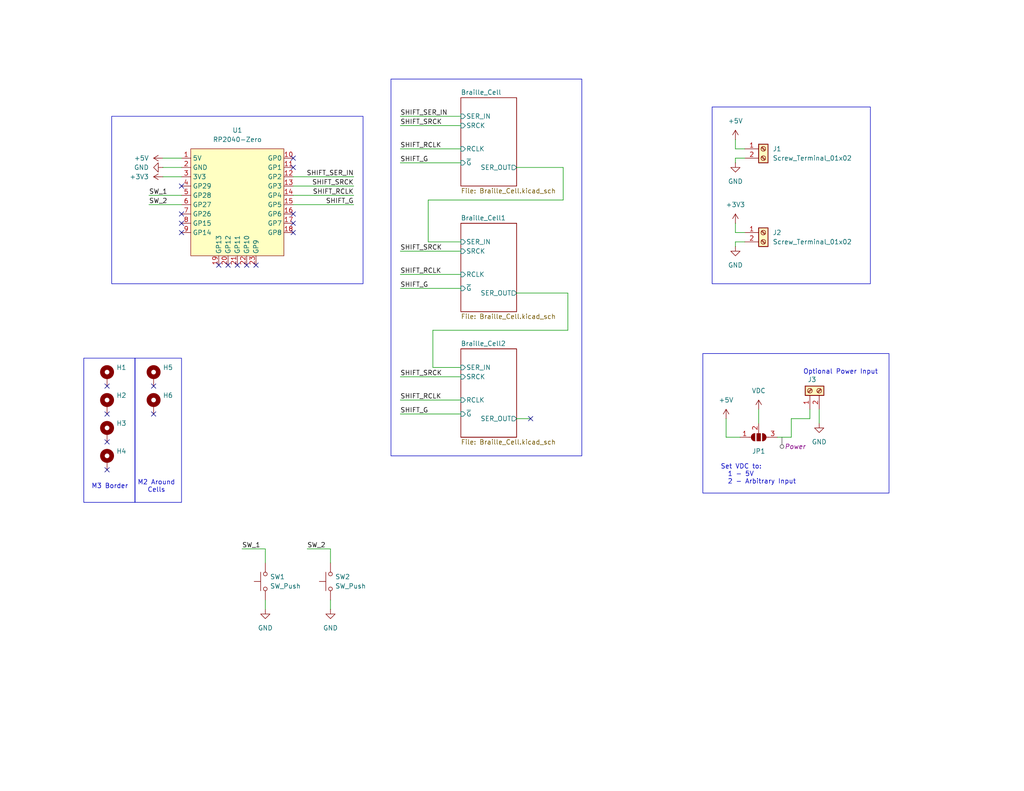
<source format=kicad_sch>
(kicad_sch (version 20231120) (generator "eeschema") (generator_version "8.0")
  (paper "USLetter")
  (lib_symbols
    (symbol "00-project-symbol-lib:RP2040-Zero"
      (property "Reference" "U" (at 0 0 0))
      (property "Value" "RP2040-Zero" (at 0 8.89 0))
      (symbol "RP2040-Zero_0_1"
        (rectangle (start -12.7 7.62) (end 12.7 -21.59) (fill (type background)))
      )
      (symbol "RP2040-Zero_1_1"
        (pin power_in line (at -15.24 5.08 0) (length 2.54) (name "5V") (number "1"))
        (pin bidirectional line (at 15.24 5.08 180) (length 2.54) (name "GP0") (number "10"))
        (pin bidirectional line (at 15.24 2.54 180) (length 2.54) (name "GP1") (number "11"))
        (pin bidirectional line (at 15.24 0 180) (length 2.54) (name "GP2") (number "12"))
        (pin bidirectional line (at 15.24 -2.54 180) (length 2.54) (name "GP3") (number "13"))
        (pin bidirectional line (at 15.24 -5.08 180) (length 2.54) (name "GP4") (number "14"))
        (pin bidirectional line (at 15.24 -7.62 180) (length 2.54) (name "GP5") (number "15"))
        (pin bidirectional line (at 15.24 -10.16 180) (length 2.54) (name "GP6") (number "16"))
        (pin bidirectional line (at 15.24 -12.7 180) (length 2.54) (name "GP7") (number "17"))
        (pin bidirectional line (at 15.24 -15.24 180) (length 2.54) (name "GP8") (number "18"))
        (pin bidirectional line (at -5.08 -24.13 90) (length 2.54) (name "GP13") (number "19"))
        (pin power_in line (at -15.24 2.54 0) (length 2.54) (name "GND") (number "2"))
        (pin bidirectional line (at -2.54 -24.13 90) (length 2.54) (name "GP12") (number "20"))
        (pin bidirectional line (at 0 -24.13 90) (length 2.54) (name "GP11") (number "21"))
        (pin bidirectional line (at 2.54 -24.13 90) (length 2.54) (name "GP10") (number "22"))
        (pin bidirectional line (at 5.08 -24.13 90) (length 2.54) (name "GP9") (number "23"))
        (pin power_in line (at -15.24 0 0) (length 2.54) (name "3V3") (number "3"))
        (pin bidirectional line (at -15.24 -2.54 0) (length 2.54) (name "GP29") (number "4"))
        (pin bidirectional line (at -15.24 -5.08 0) (length 2.54) (name "GP28") (number "5"))
        (pin bidirectional line (at -15.24 -7.62 0) (length 2.54) (name "GP27") (number "6"))
        (pin bidirectional line (at -15.24 -10.16 0) (length 2.54) (name "GP26") (number "7"))
        (pin bidirectional line (at -15.24 -12.7 0) (length 2.54) (name "GP15") (number "8"))
        (pin bidirectional line (at -15.24 -15.24 0) (length 2.54) (name "GP14") (number "9"))
      )
    )
    (symbol "Connector:Screw_Terminal_01x02" (pin_names (offset 1.016) hide)
      (property "Reference" "J" (at 0 2.54 0))
      (property "Value" "Screw_Terminal_01x02" (at 0 -5.08 0))
      (symbol "Screw_Terminal_01x02_1_1"
        (rectangle (start -1.27 1.27) (end 1.27 -3.81) (stroke (width 0.254)) (fill (type background)))
        (circle (center 0 -2.54) (radius 0.635) (stroke (width 0.1524)))
        (polyline (pts (xy -0.5334 -2.2098) (xy 0.3302 -3.048)) (stroke (width 0.1524)))
        (polyline (pts (xy -0.5334 0.3302) (xy 0.3302 -0.508)) (stroke (width 0.1524)))
        (polyline (pts (xy -0.3556 -2.032) (xy 0.508 -2.8702)) (stroke (width 0.1524)))
        (polyline (pts (xy -0.3556 0.508) (xy 0.508 -0.3302)) (stroke (width 0.1524)))
        (circle (center 0 0) (radius 0.635) (stroke (width 0.1524)))
        (pin passive line (at -5.08 0 0) (length 3.81) (name "Pin_1") (number "1"))
        (pin passive line (at -5.08 -2.54 0) (length 3.81) (name "Pin_2") (number "2"))
      )
    )
    (symbol "Jumper:SolderJumper_3_Open" (pin_names (offset 0) hide) (exclude_from_sim yes) (in_bom no)
      (property "Reference" "JP" (at -2.54 -2.54 0))
      (property "Value" "SolderJumper_3_Open" (at 0 2.794 0))
      (symbol "SolderJumper_3_Open_0_1"
        (arc (start -1.016 1.016) (mid -2.0276 0) (end -1.016 -1.016))
        (arc (start -1.016 1.016) (mid -2.0276 0) (end -1.016 -1.016) (fill (type outline)))
        (rectangle (start -0.508 1.016) (end 0.508 -1.016) (fill (type outline)))
        (polyline (pts (xy -2.54 0) (xy -2.032 0)))
        (polyline (pts (xy -1.016 1.016) (xy -1.016 -1.016)))
        (polyline (pts (xy 0 -1.27) (xy 0 -1.016)))
        (polyline (pts (xy 1.016 1.016) (xy 1.016 -1.016)))
        (polyline (pts (xy 2.54 0) (xy 2.032 0)))
        (arc (start 1.016 -1.016) (mid 2.0276 0) (end 1.016 1.016))
        (arc (start 1.016 -1.016) (mid 2.0276 0) (end 1.016 1.016) (fill (type outline)))
      )
      (symbol "SolderJumper_3_Open_1_1"
        (pin passive line (at -5.08 0 0) (length 2.54) (name "A") (number "1"))
        (pin passive line (at 0 -3.81 90) (length 2.54) (name "C") (number "2"))
        (pin passive line (at 5.08 0 180) (length 2.54) (name "B") (number "3"))
      )
    )
    (symbol "Mechanical:MountingHole_Pad" (pin_numbers hide) (pin_names (offset 1.016) hide) (exclude_from_sim yes) (in_bom no)
      (property "Reference" "H" (at 0 6.35 0))
      (property "Value" "MountingHole_Pad" (at 0 4.445 0))
      (symbol "MountingHole_Pad_0_1"
        (circle (center 0 1.27) (radius 1.27) (stroke (width 1.27)))
      )
      (symbol "MountingHole_Pad_1_1"
        (pin input line (at 0 -2.54 90) (length 2.54) (name "1") (number "1"))
      )
    )
    (symbol "Switch:SW_Push" (pin_numbers hide) (pin_names (offset 1.016) hide)
      (property "Reference" "SW" (at 1.27 2.54 0))
      (property "Value" "SW_Push" (at 0 -1.524 0))
      (symbol "SW_Push_0_1"
        (circle (center -2.032 0) (radius 0.508))
        (polyline (pts (xy 0 1.27) (xy 0 3.048)))
        (polyline (pts (xy 2.54 1.27) (xy -2.54 1.27)))
        (circle (center 2.032 0) (radius 0.508))
        (pin passive line (at -5.08 0 0) (length 2.54) (name "1") (number "1"))
        (pin passive line (at 5.08 0 180) (length 2.54) (name "2") (number "2"))
      )
    )
    (symbol "power:+3V3" (power) (pin_numbers hide) (pin_names (offset 0) hide)
      (property "Value" "+3V3" (at 0 3.556 0))
      (symbol "+3V3_0_1"
        (polyline (pts (xy -0.762 1.27) (xy 0 2.54)))
        (polyline (pts (xy 0 0) (xy 0 2.54)))
        (polyline (pts (xy 0 2.54) (xy 0.762 1.27)))
      )
      (symbol "+3V3_1_1"
        (pin power_in line (at 0 0 90) (length 0) (name "~") (number "1"))
      )
    )
    (symbol "power:+5V" (power) (pin_numbers hide) (pin_names (offset 0) hide)
      (property "Value" "+5V" (at 0 3.556 0))
      (symbol "+5V_0_1"
        (polyline (pts (xy -0.762 1.27) (xy 0 2.54)))
        (polyline (pts (xy 0 0) (xy 0 2.54)))
        (polyline (pts (xy 0 2.54) (xy 0.762 1.27)))
      )
      (symbol "+5V_1_1"
        (pin power_in line (at 0 0 90) (length 0) (name "~") (number "1"))
      )
    )
    (symbol "power:GND" (power) (pin_numbers hide) (pin_names (offset 0) hide)
      (property "Value" "GND" (at 0 -3.81 0))
      (symbol "GND_0_1"
        (polyline (pts (xy 0 0) (xy 0 -1.27) (xy 1.27 -1.27) (xy 0 -2.54) (xy -1.27 -1.27) (xy 0 -1.27)))
      )
      (symbol "GND_1_1"
        (pin power_in line (at 0 0 270) (length 0) (name "~") (number "1"))
      )
    )
    (symbol "power:VDC" (power) (pin_numbers hide) (pin_names (offset 0) hide)
      (property "Value" "VDC" (at 0 3.556 0))
      (symbol "VDC_0_1"
        (polyline (pts (xy -0.762 1.27) (xy 0 2.54)))
        (polyline (pts (xy 0 0) (xy 0 2.54)))
        (polyline (pts (xy 0 2.54) (xy 0.762 1.27)))
      )
      (symbol "VDC_1_1"
        (pin power_in line (at 0 0 90) (length 0) (name "~") (number "1"))
      )
    )
  )
  (no_connect (at 69.85 72.39))
  (no_connect (at 80.01 60.96))
  (no_connect (at 29.21 113.03))
  (no_connect (at 29.21 105.41))
  (no_connect (at 144.78 114.3))
  (no_connect (at 80.01 43.18))
  (no_connect (at 62.23 72.39))
  (no_connect (at 80.01 45.72))
  (no_connect (at 64.77 72.39))
  (no_connect (at 49.53 50.8))
  (no_connect (at 80.01 63.5))
  (no_connect (at 29.21 120.65))
  (no_connect (at 41.91 105.41))
  (no_connect (at 29.21 128.27))
  (no_connect (at 49.53 58.42))
  (no_connect (at 80.01 58.42))
  (no_connect (at 41.91 113.03))
  (no_connect (at 67.31 72.39))
  (no_connect (at 59.69 72.39))
  (no_connect (at 49.53 60.96))
  (no_connect (at 49.53 63.5))
  (wire (pts (xy 96.52 48.26) (xy 80.01 48.26)))
  (wire (pts (xy 200.66 63.5) (xy 203.2 63.5)))
  (wire (pts (xy 223.52 115.57) (xy 223.52 111.76)))
  (wire (pts (xy 109.22 31.75) (xy 125.73 31.75)))
  (wire (pts (xy 116.84 54.61) (xy 116.84 66.04)))
  (wire (pts (xy 200.66 60.96) (xy 200.66 63.5)))
  (wire (pts (xy 109.22 109.22) (xy 125.73 109.22)))
  (wire (pts (xy 96.52 53.34) (xy 80.01 53.34)))
  (wire (pts (xy 200.66 40.64) (xy 203.2 40.64)))
  (wire (pts (xy 72.39 166.37) (xy 72.39 163.83)))
  (wire (pts (xy 109.22 74.93) (xy 125.73 74.93)))
  (wire (pts (xy 72.39 149.86) (xy 72.39 153.67)))
  (wire (pts (xy 109.22 113.03) (xy 125.73 113.03)))
  (wire (pts (xy 109.22 102.87) (xy 125.73 102.87)))
  (wire (pts (xy 153.67 45.72) (xy 153.67 54.61)))
  (wire (pts (xy 116.84 66.04) (xy 125.73 66.04)))
  (wire (pts (xy 207.01 111.76) (xy 207.01 115.57)))
  (wire (pts (xy 215.9 119.38) (xy 215.9 114.3)))
  (wire (pts (xy 109.22 68.58) (xy 125.73 68.58)))
  (wire (pts (xy 220.98 114.3) (xy 220.98 111.76)))
  (wire (pts (xy 215.9 114.3) (xy 220.98 114.3)))
  (wire (pts (xy 40.64 55.88) (xy 49.53 55.88)))
  (wire (pts (xy 200.66 38.1) (xy 200.66 40.64)))
  (wire (pts (xy 96.52 55.88) (xy 80.01 55.88)))
  (wire (pts (xy 44.45 45.72) (xy 49.53 45.72)))
  (wire (pts (xy 140.97 114.3) (xy 144.78 114.3)))
  (wire (pts (xy 109.22 78.74) (xy 125.73 78.74)))
  (wire (pts (xy 198.12 119.38) (xy 201.93 119.38)))
  (wire (pts (xy 40.64 53.34) (xy 49.53 53.34)))
  (wire (pts (xy 198.12 114.3) (xy 198.12 119.38)))
  (wire (pts (xy 109.22 34.29) (xy 125.73 34.29)))
  (wire (pts (xy 109.22 44.45) (xy 125.73 44.45)))
  (wire (pts (xy 140.97 45.72) (xy 153.67 45.72)))
  (wire (pts (xy 200.66 66.04) (xy 203.2 66.04)))
  (wire (pts (xy 140.97 80.01) (xy 154.94 80.01)))
  (wire (pts (xy 200.66 67.31) (xy 200.66 66.04)))
  (wire (pts (xy 154.94 80.01) (xy 154.94 90.17)))
  (wire (pts (xy 83.82 149.86) (xy 90.17 149.86)))
  (wire (pts (xy 96.52 50.8) (xy 80.01 50.8)))
  (wire (pts (xy 90.17 166.37) (xy 90.17 163.83)))
  (wire (pts (xy 109.22 40.64) (xy 125.73 40.64)))
  (wire (pts (xy 118.11 90.17) (xy 118.11 100.33)))
  (wire (pts (xy 90.17 149.86) (xy 90.17 153.67)))
  (wire (pts (xy 44.45 48.26) (xy 49.53 48.26)))
  (wire (pts (xy 66.04 149.86) (xy 72.39 149.86)))
  (wire (pts (xy 118.11 100.33) (xy 125.73 100.33)))
  (wire (pts (xy 200.66 43.18) (xy 203.2 43.18)))
  (wire (pts (xy 200.66 44.45) (xy 200.66 43.18)))
  (wire (pts (xy 153.67 54.61) (xy 116.84 54.61)))
  (wire (pts (xy 44.45 43.18) (xy 49.53 43.18)))
  (wire (pts (xy 212.09 119.38) (xy 215.9 119.38)))
  (wire (pts (xy 154.94 90.17) (xy 118.11 90.17)))
  (rectangle (start 191.77 96.52) (end 242.57 134.62))
  (rectangle (start 36.83 97.79) (end 49.53 137.16))
  (rectangle (start 106.68 21.59) (end 158.75 124.46))
  (rectangle (start 194.31 29.21) (end 237.49 77.47))
  (rectangle (start 22.86 97.79) (end 36.83 137.16))
  (rectangle (start 30.48 31.75) (end 99.06 77.47))
  (text "M2 Around\nCells" (at 42.672 132.842 0) (effects (font (size 1.27 1.27))))
  (text "Optional Power Input" (at 229.362 101.6 0) (effects (font (size 1.27 1.27))))
  (text "M3 Border" (at 29.972 132.842 0) (effects (font (size 1.27 1.27))))
  (text "Set VDC to:\n  1 - 5V\n  2 - Arbitrary Input" (at 196.596 129.54 0) (effects (font (size 1.27 1.27)) (justify left)))
  (label "SHIFT_G" (at 96.52 55.88 180))
  (label "SHIFT_SRCK" (at 109.22 34.29 0))
  (label "SHIFT_G" (at 109.22 78.74 0))
  (label "SHIFT_RCLK" (at 109.22 109.22 0))
  (label "SHIFT_RCLK" (at 96.52 53.34 180))
  (label "SW_2" (at 83.82 149.86 0))
  (label "SHIFT_G" (at 109.22 113.03 0))
  (label "SHIFT_SRCK" (at 109.22 68.58 0))
  (label "SHIFT_RCLK" (at 109.22 40.64 0))
  (label "SW_1" (at 40.64 53.34 0))
  (label "SHIFT_SER_IN" (at 96.52 48.26 180))
  (label "SHIFT_G" (at 109.22 44.45 0))
  (label "SHIFT_SRCK" (at 96.52 50.8 180))
  (label "SHIFT_RCLK" (at 109.22 74.93 0))
  (label "SW_2" (at 40.64 55.88 0))
  (label "SHIFT_SRCK" (at 109.22 102.87 0))
  (label "SHIFT_SER_IN" (at 109.22 31.75 0))
  (label "SW_1" (at 66.04 149.86 0))
  (netclass_flag "" (length 2.54) (shape round) (at 213.36 119.38 180) (property "Netclass" "Power" (at 214.0585 121.92 0) (effects (font (italic yes)) (justify left))))
  (symbol (lib_id "power:GND") (at 223.52 115.57 0) (unit 1)
    (property "Reference" "#PWR010" (effects (hide yes)))
    (property "Value" "GND" (at 223.52 120.65 0))
    (property "Description" "Power symbol creates a global label with name \"GND\" , ground" (effects (hide yes)))
  )
  (symbol (lib_id "Connector:Screw_Terminal_01x02") (at 208.28 63.5 0) (unit 1)
    (property "Reference" "J2" (at 210.82 63.4999 0) (effects (justify left)))
    (property "Value" "Screw_Terminal_01x02" (at 210.82 66.0399 0) (effects (justify left)))
    (property "Footprint" "TerminalBlock:TerminalBlock_bornier-2_P5.08mm" (effects (hide yes)))
    (property "Description" "Generic screw terminal, single row, 01x02, script generated (kicad-library-utils/schlib/autogen/connector/)" (effects (hide yes)))
  )
  (symbol (lib_id "Mechanical:MountingHole_Pad") (at 41.91 102.87 0) (unit 1) (exclude_from_sim yes) (in_bom no)
    (property "Reference" "H5" (at 44.45 100.3299 0) (effects (justify left)))
    (property "Value" "MountingHole_Pad" (effects (hide yes)))
    (property "Footprint" "MountingHole:MountingHole_2.2mm_M2_Pad" (effects (hide yes)))
    (property "Description" "Mounting Hole with connection" (effects (hide yes)))
  )
  (symbol (lib_id "Switch:SW_Push") (at 72.39 158.75 90) (unit 1)
    (property "Reference" "SW1" (at 73.66 157.4799 90) (effects (justify right)))
    (property "Value" "SW_Push" (at 73.66 160.0199 90) (effects (justify right)))
    (property "Footprint" "00-project-footprint-lib:PushButtonSMD_2.93x3.9" (effects (hide yes)))
    (property "Description" "Push button switch, generic, two pins" (effects (hide yes)))
  )
  (symbol (lib_id "00-project-symbol-lib:RP2040-Zero") (at 64.77 48.26 0) (unit 1)
    (property "Reference" "U1" (at 64.77 35.56 0))
    (property "Value" "RP2040-Zero" (at 64.77 38.1 0))
    (property "Footprint" "00-project-footprint-lib:RP2040 Zero" (effects (hide yes)))
  )
  (symbol (lib_id "power:GND") (at 200.66 67.31 0) (unit 1)
    (property "Reference" "#PWR08" (effects (hide yes)))
    (property "Value" "GND" (at 200.66 72.39 0))
    (property "Description" "Power symbol creates a global label with name \"GND\" , ground" (effects (hide yes)))
  )
  (symbol (lib_id "power:+5V") (at 200.66 38.1 0) (mirror y) (unit 1)
    (property "Reference" "#PWR05" (effects (hide yes)))
    (property "Value" "+5V" (at 200.66 33.02 0))
    (property "Description" "Power symbol creates a global label with name \"+5V\"" (effects (hide yes)))
  )
  (symbol (lib_id "Connector:Screw_Terminal_01x02") (at 220.98 106.68 90) (unit 1)
    (property "Reference" "J3" (at 222.758 103.632 90) (effects (justify left)))
    (property "Value" "Screw_Terminal_01x02" (effects (hide yes)))
    (property "Footprint" "TerminalBlock:TerminalBlock_bornier-2_P5.08mm" (effects (hide yes)))
    (property "Description" "Generic screw terminal, single row, 01x02, script generated (kicad-library-utils/schlib/autogen/connector/)" (effects (hide yes)))
  )
  (symbol (lib_id "Mechanical:MountingHole_Pad") (at 29.21 125.73 0) (unit 1) (exclude_from_sim yes) (in_bom no)
    (property "Reference" "H4" (at 31.75 123.1899 0) (effects (justify left)))
    (property "Value" "MountingHole_Pad" (effects (hide yes)))
    (property "Footprint" "MountingHole:MountingHole_3.2mm_M3_Pad" (effects (hide yes)))
    (property "Description" "Mounting Hole with connection" (effects (hide yes)))
  )
  (symbol (lib_id "Mechanical:MountingHole_Pad") (at 41.91 110.49 0) (unit 1) (exclude_from_sim yes) (in_bom no)
    (property "Reference" "H6" (at 44.45 107.9499 0) (effects (justify left)))
    (property "Value" "MountingHole_Pad" (effects (hide yes)))
    (property "Footprint" "MountingHole:MountingHole_2.2mm_M2_Pad" (effects (hide yes)))
    (property "Description" "Mounting Hole with connection" (effects (hide yes)))
  )
  (symbol (lib_id "Mechanical:MountingHole_Pad") (at 29.21 102.87 0) (unit 1) (exclude_from_sim yes) (in_bom no)
    (property "Reference" "H1" (at 31.75 100.3299 0) (effects (justify left)))
    (property "Value" "MountingHole_Pad" (effects (hide yes)))
    (property "Footprint" "MountingHole:MountingHole_3.2mm_M3_Pad" (effects (hide yes)))
    (property "Description" "Mounting Hole with connection" (effects (hide yes)))
  )
  (symbol (lib_id "power:GND") (at 44.45 45.72 270) (unit 1)
    (property "Reference" "#PWR02" (effects (hide yes)))
    (property "Value" "GND" (at 40.64 45.7199 90) (effects (justify right)))
    (property "Description" "Power symbol creates a global label with name \"GND\" , ground" (effects (hide yes)))
  )
  (symbol (lib_id "Connector:Screw_Terminal_01x02") (at 208.28 40.64 0) (unit 1)
    (property "Reference" "J1" (at 210.82 40.6399 0) (effects (justify left)))
    (property "Value" "Screw_Terminal_01x02" (at 210.82 43.1799 0) (effects (justify left)))
    (property "Footprint" "TerminalBlock:TerminalBlock_bornier-2_P5.08mm" (effects (hide yes)))
    (property "Description" "Generic screw terminal, single row, 01x02, script generated (kicad-library-utils/schlib/autogen/connector/)" (effects (hide yes)))
  )
  (symbol (lib_id "power:+3V3") (at 200.66 60.96 0) (unit 1)
    (property "Reference" "#PWR07" (effects (hide yes)))
    (property "Value" "+3V3" (at 200.66 55.88 0))
    (property "Description" "Power symbol creates a global label with name \"+3V3\"" (effects (hide yes)))
  )
  (symbol (lib_id "power:GND") (at 200.66 44.45 0) (unit 1)
    (property "Reference" "#PWR06" (effects (hide yes)))
    (property "Value" "GND" (at 200.66 49.53 0))
    (property "Description" "Power symbol creates a global label with name \"GND\" , ground" (effects (hide yes)))
  )
  (symbol (lib_id "Mechanical:MountingHole_Pad") (at 29.21 110.49 0) (unit 1) (exclude_from_sim yes) (in_bom no)
    (property "Reference" "H2" (at 31.75 107.9499 0) (effects (justify left)))
    (property "Value" "MountingHole_Pad" (effects (hide yes)))
    (property "Footprint" "MountingHole:MountingHole_3.2mm_M3_Pad" (effects (hide yes)))
    (property "Description" "Mounting Hole with connection" (effects (hide yes)))
  )
  (symbol (lib_id "power:+5V") (at 198.12 114.3 0) (mirror y) (unit 1)
    (property "Reference" "#PWR04" (effects (hide yes)))
    (property "Value" "+5V" (at 198.12 109.22 0))
    (property "Description" "Power symbol creates a global label with name \"+5V\"" (effects (hide yes)))
  )
  (symbol (lib_id "Mechanical:MountingHole_Pad") (at 29.21 118.11 0) (unit 1) (exclude_from_sim yes) (in_bom no)
    (property "Reference" "H3" (at 31.75 115.5699 0) (effects (justify left)))
    (property "Value" "MountingHole_Pad" (effects (hide yes)))
    (property "Footprint" "MountingHole:MountingHole_3.2mm_M3_Pad" (effects (hide yes)))
    (property "Description" "Mounting Hole with connection" (effects (hide yes)))
  )
  (symbol (lib_id "power:+3V3") (at 44.45 48.26 90) (unit 1)
    (property "Reference" "#PWR03" (effects (hide yes)))
    (property "Value" "+3V3" (at 40.64 48.2599 90) (effects (justify left)))
    (property "Description" "Power symbol creates a global label with name \"+3V3\"" (effects (hide yes)))
  )
  (symbol (lib_id "Switch:SW_Push") (at 90.17 158.75 90) (unit 1)
    (property "Reference" "SW2" (at 91.44 157.4799 90) (effects (justify right)))
    (property "Value" "SW_Push" (at 91.44 160.0199 90) (effects (justify right)))
    (property "Footprint" "00-project-footprint-lib:PushButtonSMD_2.93x3.9" (effects (hide yes)))
    (property "Description" "Push button switch, generic, two pins" (effects (hide yes)))
  )
  (symbol (lib_id "power:GND") (at 72.39 166.37 0) (unit 1)
    (property "Reference" "#PWR026" (effects (hide yes)))
    (property "Value" "GND" (at 72.39 171.45 0))
    (property "Description" "Power symbol creates a global label with name \"GND\" , ground" (effects (hide yes)))
  )
  (symbol (lib_id "power:VDC") (at 207.01 111.76 0) (unit 1)
    (property "Reference" "#PWR09" (effects (hide yes)))
    (property "Value" "VDC" (at 207.01 106.68 0))
    (property "Description" "Power symbol creates a global label with name \"VDC\"" (effects (hide yes)))
  )
  (symbol (lib_id "Jumper:SolderJumper_3_Open") (at 207.01 119.38 0) (mirror x) (unit 1) (exclude_from_sim yes) (in_bom no)
    (property "Reference" "JP1" (at 207.01 123.19 0))
    (property "Value" "SolderJumper_3_Open" (effects (hide yes)))
    (property "Footprint" "Connector_PinHeader_2.54mm:PinHeader_1x03_P2.54mm_Vertical" (effects (hide yes)))
    (property "Description" "Solder Jumper, 3-pole, open" (effects (hide yes)))
  )
  (symbol (lib_id "power:GND") (at 90.17 166.37 0) (unit 1)
    (property "Reference" "#PWR027" (effects (hide yes)))
    (property "Value" "GND" (at 90.17 171.45 0))
    (property "Description" "Power symbol creates a global label with name \"GND\" , ground" (effects (hide yes)))
  )
  (symbol (lib_id "power:+5V") (at 44.45 43.18 90) (mirror x) (unit 1)
    (property "Reference" "#PWR01" (effects (hide yes)))
    (property "Value" "+5V" (at 40.64 43.1799 90) (effects (justify left)))
    (property "Description" "Power symbol creates a global label with name \"+5V\"" (effects (hide yes)))
  )
  (sheet (at 125.73 26.67) (size 15.24 24.13) (stroke (width 0.1524))
    (property "Sheetname" "Braille_Cell" (at 125.73 25.9584 0) (effects (justify left bottom)))
    (property "Sheetfile" "Braille_Cell.kicad_sch" (at 125.73 51.3846 0) (effects (justify left top)))
    (pin "SER_OUT" output (at 140.97 45.72 0))
    (pin "SRCK" input (at 125.73 34.29 180))
    (pin "~{G}" input (at 125.73 44.45 180))
    (pin "RCLK" input (at 125.73 40.64 180))
    (pin "SER_IN" input (at 125.73 31.75 180))
  )
  (sheet (at 125.73 60.96) (size 15.24 24.13) (stroke (width 0.1524))
    (property "Sheetname" "Braille_Cell1" (at 125.73 60.2484 0) (effects (justify left bottom)))
    (property "Sheetfile" "Braille_Cell.kicad_sch" (at 125.73 85.6746 0) (effects (justify left top)))
    (pin "SER_OUT" output (at 140.97 80.01 0))
    (pin "SRCK" input (at 125.73 68.58 180))
    (pin "~{G}" input (at 125.73 78.74 180))
    (pin "RCLK" input (at 125.73 74.93 180))
    (pin "SER_IN" input (at 125.73 66.04 180))
  )
  (sheet (at 125.73 95.25) (size 15.24 24.13) (stroke (width 0.1524))
    (property "Sheetname" "Braille_Cell2" (at 125.73 94.5384 0) (effects (justify left bottom)))
    (property "Sheetfile" "Braille_Cell.kicad_sch" (at 125.73 119.9646 0) (effects (justify left top)))
    (pin "SER_OUT" output (at 140.97 114.3 0))
    (pin "SRCK" input (at 125.73 102.87 180))
    (pin "~{G}" input (at 125.73 113.03 180))
    (pin "RCLK" input (at 125.73 109.22 180))
    (pin "SER_IN" input (at 125.73 100.33 180))
  )
)
</source>
